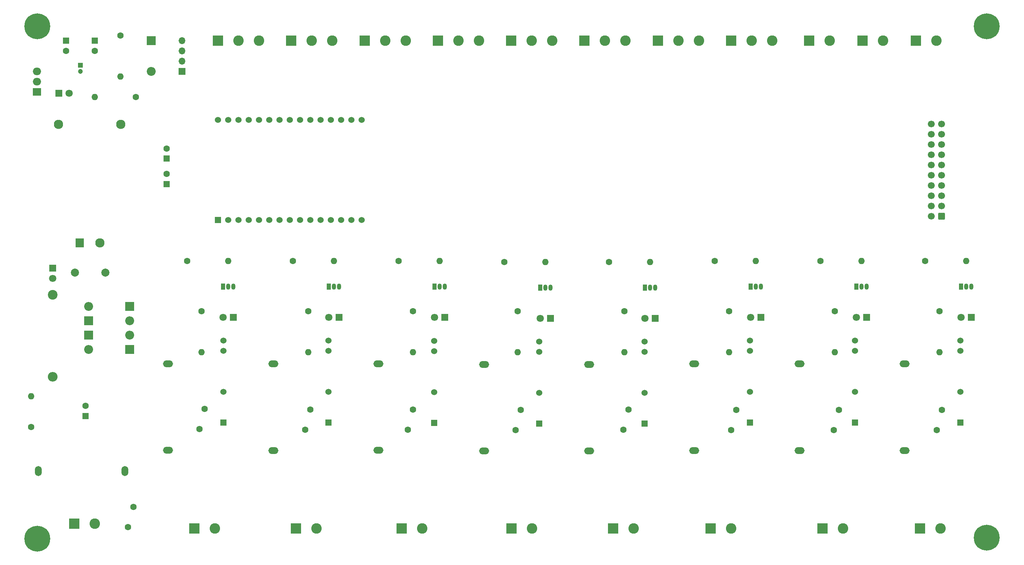
<source format=gbr>
%TF.GenerationSoftware,KiCad,Pcbnew,7.0.9-7.0.9~ubuntu23.04.1*%
%TF.CreationDate,2023-11-23T11:23:06-03:00*%
%TF.ProjectId,projeto_luz_prefeitura_02,70726f6a-6574-46f5-9f6c-757a5f707265,rev?*%
%TF.SameCoordinates,Original*%
%TF.FileFunction,Soldermask,Bot*%
%TF.FilePolarity,Negative*%
%FSLAX46Y46*%
G04 Gerber Fmt 4.6, Leading zero omitted, Abs format (unit mm)*
G04 Created by KiCad (PCBNEW 7.0.9-7.0.9~ubuntu23.04.1) date 2023-11-23 11:23:06*
%MOMM*%
%LPD*%
G01*
G04 APERTURE LIST*
G04 Aperture macros list*
%AMRoundRect*
0 Rectangle with rounded corners*
0 $1 Rounding radius*
0 $2 $3 $4 $5 $6 $7 $8 $9 X,Y pos of 4 corners*
0 Add a 4 corners polygon primitive as box body*
4,1,4,$2,$3,$4,$5,$6,$7,$8,$9,$2,$3,0*
0 Add four circle primitives for the rounded corners*
1,1,$1+$1,$2,$3*
1,1,$1+$1,$4,$5*
1,1,$1+$1,$6,$7*
1,1,$1+$1,$8,$9*
0 Add four rect primitives between the rounded corners*
20,1,$1+$1,$2,$3,$4,$5,0*
20,1,$1+$1,$4,$5,$6,$7,0*
20,1,$1+$1,$6,$7,$8,$9,0*
20,1,$1+$1,$8,$9,$2,$3,0*%
G04 Aperture macros list end*
%ADD10R,1.800000X1.800000*%
%ADD11C,1.800000*%
%ADD12R,2.600000X2.600000*%
%ADD13C,2.600000*%
%ADD14R,1.200000X1.200000*%
%ADD15C,1.200000*%
%ADD16R,1.600000X1.600000*%
%ADD17C,1.600000*%
%ADD18O,1.600000X1.600000*%
%ADD19R,2.000000X1.905000*%
%ADD20O,2.000000X1.905000*%
%ADD21R,1.524000X1.524000*%
%ADD22C,1.524000*%
%ADD23R,1.050000X1.500000*%
%ADD24O,1.050000X1.500000*%
%ADD25C,6.400000*%
%ADD26C,2.400000*%
%ADD27O,2.400000X2.400000*%
%ADD28O,2.500000X1.700000*%
%ADD29R,2.200000X2.200000*%
%ADD30O,2.200000X2.200000*%
%ADD31O,1.700000X2.500000*%
%ADD32C,2.000000*%
%ADD33RoundRect,0.250000X0.600000X0.600000X-0.600000X0.600000X-0.600000X-0.600000X0.600000X-0.600000X0*%
%ADD34C,1.700000*%
%ADD35R,1.700000X1.700000*%
%ADD36O,1.700000X1.700000*%
%ADD37R,2.000000X2.300000*%
%ADD38C,2.300000*%
G04 APERTURE END LIST*
D10*
%TO.C,DR6*%
X205486000Y-104140000D03*
D11*
X202946000Y-104140000D03*
%TD*%
D12*
%TO.C,JSENSOR6*%
X161830700Y-35560000D03*
D13*
X166910700Y-35560000D03*
X171990700Y-35560000D03*
%TD*%
D14*
%TO.C,C3*%
X37084000Y-41680000D03*
D15*
X37084000Y-43180000D03*
%TD*%
D16*
%TO.C,C4*%
X33528000Y-35600000D03*
D17*
X33528000Y-38100000D03*
%TD*%
D10*
%TO.C,DR5*%
X179324000Y-104394000D03*
D11*
X176784000Y-104394000D03*
%TD*%
D17*
%TO.C,RB5*%
X167894000Y-90424000D03*
D18*
X178054000Y-90424000D03*
%TD*%
D12*
%TO.C,JSENSOR5*%
X143688600Y-35560000D03*
D13*
X148768600Y-35560000D03*
X153848600Y-35560000D03*
%TD*%
D17*
%TO.C,RB2*%
X89662000Y-90170000D03*
D18*
X99822000Y-90170000D03*
%TD*%
D12*
%TO.C,J_GND1*%
X243830000Y-35560000D03*
D13*
X248910000Y-35560000D03*
%TD*%
D19*
%TO.C,U4*%
X26345000Y-48260000D03*
D20*
X26345000Y-45720000D03*
X26345000Y-43180000D03*
%TD*%
D10*
%TO.C,DR2*%
X101092000Y-104140000D03*
D11*
X98552000Y-104140000D03*
%TD*%
D17*
%TO.C,RVMAINS1*%
X50180000Y-151170000D03*
X48880000Y-156170000D03*
%TD*%
D21*
%TO.C,UR4*%
X150622000Y-130472000D03*
D22*
X150622000Y-122852000D03*
X150622000Y-112692000D03*
X150622000Y-110152000D03*
%TD*%
D12*
%TO.C,JHV6*%
X193040000Y-156464000D03*
D13*
X198120000Y-156464000D03*
%TD*%
D23*
%TO.C,QR8*%
X255016000Y-96520000D03*
D24*
X256286000Y-96520000D03*
X257556000Y-96520000D03*
%TD*%
D10*
%TO.C,DR3*%
X127254000Y-104140000D03*
D11*
X124714000Y-104140000D03*
%TD*%
D25*
%TO.C,H4*%
X261366000Y-158750000D03*
%TD*%
D17*
%TO.C,RB1*%
X63500000Y-90170000D03*
D18*
X73660000Y-90170000D03*
%TD*%
D17*
%TO.C,RR3*%
X119380000Y-102616000D03*
D18*
X119380000Y-112776000D03*
%TD*%
D10*
%TO.C,DR8*%
X257556000Y-104140000D03*
D11*
X255016000Y-104140000D03*
%TD*%
D17*
%TO.C,RV7*%
X223520000Y-132080000D03*
X224820000Y-127080000D03*
%TD*%
D26*
%TO.C,RLEDMAINS1*%
X30226000Y-98552000D03*
D27*
X30226000Y-118872000D03*
%TD*%
D25*
%TO.C,H2*%
X261366000Y-32004000D03*
%TD*%
D17*
%TO.C,R2*%
X46990000Y-34290000D03*
D18*
X46990000Y-44450000D03*
%TD*%
D17*
%TO.C,RR5*%
X171704000Y-102616000D03*
D18*
X171704000Y-112776000D03*
%TD*%
D28*
%TO.C,FHV7*%
X215009600Y-137140400D03*
X215009600Y-115710400D03*
%TD*%
D10*
%TO.C,DR1*%
X74930000Y-104140000D03*
D11*
X72390000Y-104140000D03*
%TD*%
D21*
%TO.C,UR7*%
X228784000Y-130200400D03*
D22*
X228784000Y-122580400D03*
X228784000Y-112420400D03*
X228784000Y-109880400D03*
%TD*%
D28*
%TO.C,FHV3*%
X110817000Y-137115000D03*
X110817000Y-115685000D03*
%TD*%
D12*
%TO.C,J_POS_5V1*%
X217441900Y-35560000D03*
D13*
X222521900Y-35560000D03*
%TD*%
D21*
%TO.C,UR2*%
X98477600Y-130200400D03*
D22*
X98477600Y-122580400D03*
X98477600Y-112420400D03*
X98477600Y-109880400D03*
%TD*%
D17*
%TO.C,RV3*%
X118080000Y-132000000D03*
X119380000Y-127000000D03*
%TD*%
D12*
%TO.C,JSENSOR7*%
X179972900Y-35560000D03*
D13*
X185052900Y-35560000D03*
X190132900Y-35560000D03*
%TD*%
D17*
%TO.C,RB3*%
X115824000Y-90170000D03*
D18*
X125984000Y-90170000D03*
%TD*%
D28*
%TO.C,FHV8*%
X241044600Y-137140400D03*
X241044600Y-115710400D03*
%TD*%
%TO.C,FHV5*%
X162992200Y-137285000D03*
X162992200Y-115855000D03*
%TD*%
D23*
%TO.C,QR3*%
X124714000Y-96520000D03*
D24*
X125984000Y-96520000D03*
X127254000Y-96520000D03*
%TD*%
D17*
%TO.C,RV6*%
X198120000Y-132080000D03*
X199420000Y-127080000D03*
%TD*%
D12*
%TO.C,JHV1*%
X65278000Y-156464000D03*
D13*
X70358000Y-156464000D03*
%TD*%
D23*
%TO.C,QR5*%
X176784000Y-96774000D03*
D24*
X178054000Y-96774000D03*
X179324000Y-96774000D03*
%TD*%
D21*
%TO.C,UR6*%
X202749000Y-130200400D03*
D22*
X202749000Y-122580400D03*
X202749000Y-112420400D03*
X202749000Y-109880400D03*
%TD*%
D23*
%TO.C,QR6*%
X202946000Y-96520000D03*
D24*
X204216000Y-96520000D03*
X205486000Y-96520000D03*
%TD*%
D17*
%TO.C,R1*%
X50800000Y-49530000D03*
D18*
X40640000Y-49530000D03*
%TD*%
D12*
%TO.C,JHV7*%
X220726000Y-156464000D03*
D13*
X225806000Y-156464000D03*
%TD*%
D12*
%TO.C,JSENSOR8*%
X198115000Y-35560000D03*
D13*
X203195000Y-35560000D03*
X208275000Y-35560000D03*
%TD*%
D17*
%TO.C,RV8*%
X248999000Y-132080000D03*
X250299000Y-127080000D03*
%TD*%
D29*
%TO.C,D2*%
X54610000Y-35560000D03*
D30*
X54610000Y-43180000D03*
%TD*%
D16*
%TO.C,C5*%
X40640000Y-35600000D03*
D17*
X40640000Y-38100000D03*
%TD*%
%TO.C,RB8*%
X246126000Y-90170000D03*
D18*
X256286000Y-90170000D03*
%TD*%
D21*
%TO.C,U1*%
X71120000Y-80050000D03*
D22*
X73660000Y-80050000D03*
X76200000Y-80050000D03*
X78740000Y-80050000D03*
X81280000Y-80050000D03*
X83820000Y-80050000D03*
X86360000Y-80050000D03*
X88900000Y-80050000D03*
X91440000Y-80050000D03*
X93980000Y-80050000D03*
X96520000Y-80050000D03*
X99060000Y-80050000D03*
X101600000Y-80050000D03*
X104140000Y-80050000D03*
X106680000Y-80050000D03*
X106680000Y-55234000D03*
X104140000Y-55234000D03*
X101600000Y-55234000D03*
X99060000Y-55234000D03*
X96520000Y-55234000D03*
X93980000Y-55234000D03*
X91440000Y-55234000D03*
X88900000Y-55234000D03*
X86360000Y-55234000D03*
X83820000Y-55234000D03*
X81280000Y-55234000D03*
X78740000Y-55234000D03*
X76200000Y-55234000D03*
X73660000Y-55234000D03*
X71120000Y-55234000D03*
%TD*%
D12*
%TO.C,JSENSOR1*%
X71120000Y-35560000D03*
D13*
X76200000Y-35560000D03*
X81280000Y-35560000D03*
%TD*%
D12*
%TO.C,JHV2*%
X90424000Y-156464000D03*
D13*
X95504000Y-156464000D03*
%TD*%
D29*
%TO.C,DHW4*%
X49279900Y-101466600D03*
D30*
X39119900Y-101466600D03*
%TD*%
D10*
%TO.C,D1*%
X31750000Y-48634600D03*
D11*
X34290000Y-48634600D03*
%TD*%
D25*
%TO.C,H1*%
X26416000Y-32004000D03*
%TD*%
D28*
%TO.C,FHV2*%
X84834600Y-137140400D03*
X84834600Y-115710400D03*
%TD*%
D10*
%TO.C,DR7*%
X231648000Y-104140000D03*
D11*
X229108000Y-104140000D03*
%TD*%
D17*
%TO.C,RR6*%
X197612000Y-102616000D03*
D18*
X197612000Y-112776000D03*
%TD*%
D25*
%TO.C,H3*%
X26416000Y-159004000D03*
%TD*%
D31*
%TO.C,FMAINS1*%
X26643900Y-142280600D03*
X48073900Y-142280600D03*
%TD*%
D16*
%TO.C,C2*%
X58420000Y-71120000D03*
D17*
X58420000Y-68620000D03*
%TD*%
%TO.C,RR2*%
X93472000Y-102616000D03*
D18*
X93472000Y-112776000D03*
%TD*%
D17*
%TO.C,RV5*%
X171420000Y-132000000D03*
X172720000Y-127000000D03*
%TD*%
%TO.C,RB7*%
X220218000Y-90170000D03*
D18*
X230378000Y-90170000D03*
%TD*%
D10*
%TO.C,DR4*%
X153416000Y-104394000D03*
D11*
X150876000Y-104394000D03*
%TD*%
D12*
%TO.C,JSENSOR4*%
X125546400Y-35560000D03*
D13*
X130626400Y-35560000D03*
X135706400Y-35560000D03*
%TD*%
D12*
%TO.C,JHV3*%
X116581000Y-156464000D03*
D13*
X121661000Y-156464000D03*
%TD*%
D17*
%TO.C,RV1*%
X66548000Y-131826000D03*
X67848000Y-126826000D03*
%TD*%
%TO.C,RV4*%
X144780000Y-132080000D03*
X146080000Y-127080000D03*
%TD*%
D28*
%TO.C,FHV4*%
X136957200Y-137285000D03*
X136957200Y-115855000D03*
%TD*%
D17*
%TO.C,RB4*%
X141986000Y-90424000D03*
D18*
X152146000Y-90424000D03*
%TD*%
D17*
%TO.C,RR4*%
X145288000Y-102616000D03*
D18*
X145288000Y-112776000D03*
%TD*%
D12*
%TO.C,JHV8*%
X244851000Y-156464000D03*
D13*
X249931000Y-156464000D03*
%TD*%
D29*
%TO.C,DHW2*%
X39119900Y-108578600D03*
D30*
X49279900Y-108578600D03*
%TD*%
D12*
%TO.C,JHV4*%
X143764000Y-156464000D03*
D13*
X148844000Y-156464000D03*
%TD*%
D28*
%TO.C,FHV6*%
X188974600Y-137140400D03*
X188974600Y-115710400D03*
%TD*%
D23*
%TO.C,QR2*%
X98552000Y-96520000D03*
D24*
X99822000Y-96520000D03*
X101092000Y-96520000D03*
%TD*%
D21*
%TO.C,UR8*%
X254819000Y-130200400D03*
D22*
X254819000Y-122580400D03*
X254819000Y-112420400D03*
X254819000Y-109880400D03*
%TD*%
D21*
%TO.C,UR1*%
X72452800Y-130200400D03*
D22*
X72452800Y-122580400D03*
X72452800Y-112420400D03*
X72452800Y-109880400D03*
%TD*%
D23*
%TO.C,QR7*%
X229108000Y-96520000D03*
D24*
X230378000Y-96520000D03*
X231648000Y-96520000D03*
%TD*%
D17*
%TO.C,RR8*%
X249682000Y-102616000D03*
D18*
X249682000Y-112776000D03*
%TD*%
D12*
%TO.C,J_POS_3V1*%
X230649000Y-35560000D03*
D13*
X235729000Y-35560000D03*
%TD*%
D21*
%TO.C,UR5*%
X176657000Y-130472000D03*
D22*
X176657000Y-122852000D03*
X176657000Y-112692000D03*
X176657000Y-110152000D03*
%TD*%
D29*
%TO.C,DHW1*%
X49279900Y-112134600D03*
D30*
X39119900Y-112134600D03*
%TD*%
D32*
%TO.C,CMAINS1*%
X35732000Y-93065600D03*
X43232000Y-93065600D03*
%TD*%
D12*
%TO.C,JSENSOR2*%
X89262100Y-35560000D03*
D13*
X94342100Y-35560000D03*
X99422100Y-35560000D03*
%TD*%
D21*
%TO.C,UR3*%
X124587000Y-130302000D03*
D22*
X124587000Y-122682000D03*
X124587000Y-112522000D03*
X124587000Y-109982000D03*
%TD*%
D23*
%TO.C,QR1*%
X72390000Y-96520000D03*
D24*
X73660000Y-96520000D03*
X74930000Y-96520000D03*
%TD*%
D23*
%TO.C,QR4*%
X150876000Y-96774000D03*
D24*
X152146000Y-96774000D03*
X153416000Y-96774000D03*
%TD*%
D28*
%TO.C,FHV1*%
X58715800Y-115640400D03*
X58715800Y-137070400D03*
%TD*%
D17*
%TO.C,RR7*%
X223774000Y-102616000D03*
D18*
X223774000Y-112776000D03*
%TD*%
D33*
%TO.C,JKB1*%
X250190000Y-79056000D03*
D34*
X247650000Y-79056000D03*
X250190000Y-76516000D03*
X247650000Y-76516000D03*
X250190000Y-73976000D03*
X247650000Y-73976000D03*
X250190000Y-71436000D03*
X247650000Y-71436000D03*
X250190000Y-68896000D03*
X247650000Y-68896000D03*
X250190000Y-66356000D03*
X247650000Y-66356000D03*
X250190000Y-63816000D03*
X247650000Y-63816000D03*
X250190000Y-61276000D03*
X247650000Y-61276000D03*
X250190000Y-58736000D03*
X247650000Y-58736000D03*
X250190000Y-56196000D03*
X247650000Y-56196000D03*
%TD*%
D35*
%TO.C,JVSELECTOR1*%
X62230000Y-43170000D03*
D36*
X62230000Y-40630000D03*
X62230000Y-38090000D03*
X62230000Y-35550000D03*
%TD*%
D16*
%TO.C,CLEDMAINS1*%
X38362900Y-128601400D03*
D17*
X38362900Y-126101400D03*
%TD*%
%TO.C,RB6*%
X194056000Y-90170000D03*
D18*
X204216000Y-90170000D03*
%TD*%
D17*
%TO.C,RV2*%
X92680000Y-132000000D03*
X93980000Y-127000000D03*
%TD*%
%TO.C,RBLEEDER1*%
X24892000Y-131293700D03*
D18*
X24892000Y-123673700D03*
%TD*%
D16*
%TO.C,C1*%
X58420000Y-64810000D03*
D17*
X58420000Y-62310000D03*
%TD*%
D29*
%TO.C,DHW3*%
X39119900Y-105022600D03*
D30*
X49279900Y-105022600D03*
%TD*%
D37*
%TO.C,PS1*%
X36870000Y-85682500D03*
D38*
X41870000Y-85682500D03*
X31670000Y-56282500D03*
X47070000Y-56282500D03*
%TD*%
D10*
%TO.C,DMAINS1*%
X30226000Y-91948000D03*
D11*
X30226000Y-94488000D03*
%TD*%
D12*
%TO.C,JSENSOR3*%
X107404300Y-35560000D03*
D13*
X112484300Y-35560000D03*
X117564300Y-35560000D03*
%TD*%
D17*
%TO.C,RR1*%
X67056000Y-102616000D03*
D18*
X67056000Y-112776000D03*
%TD*%
D12*
%TO.C,JHV5*%
X168905000Y-156464000D03*
D13*
X173985000Y-156464000D03*
%TD*%
D12*
%TO.C,JMAINS1*%
X35560000Y-155314600D03*
D13*
X40640000Y-155314600D03*
%TD*%
M02*

</source>
